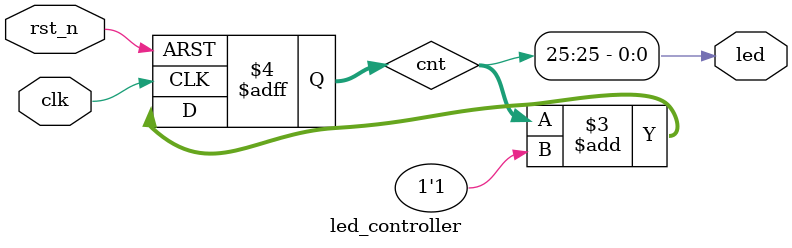
<source format=v>
module led_controller(
				//时钟和复位接口
			input clk,		//25MHz输入时钟	
			input rst_n,	//低电平系统复位信号输入	
				//LED指示灯接口
			output led		//用于测试的LED指示灯
		);
		
////////////////////////////////////////////////////		
//计数产生LED闪烁频率	
reg[25:0] cnt;

always @(posedge clk or negedge rst_n)
	if(!rst_n) cnt <= 26'd0;
	else cnt <= cnt+1'b1;

assign led = cnt[25];	
	

endmodule


</source>
